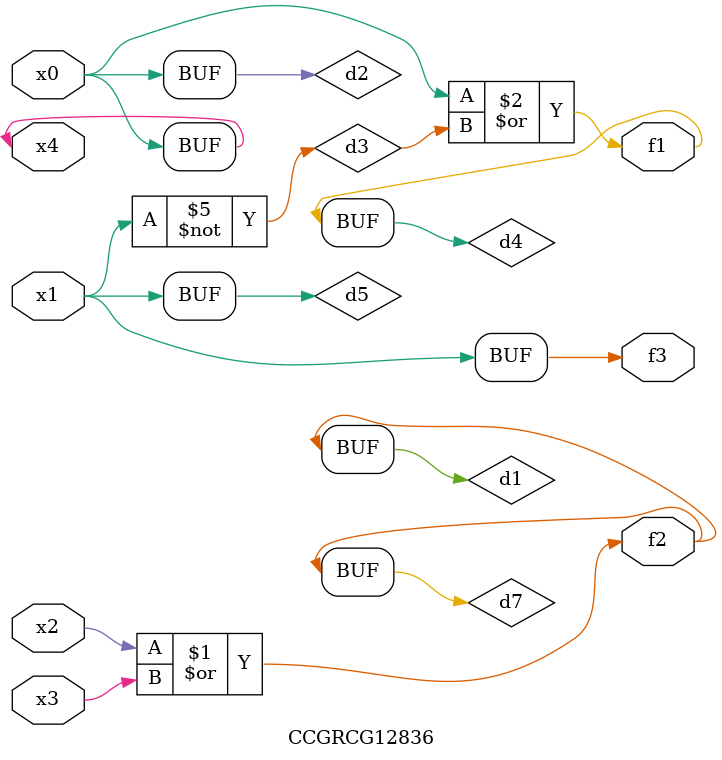
<source format=v>
module CCGRCG12836(
	input x0, x1, x2, x3, x4,
	output f1, f2, f3
);

	wire d1, d2, d3, d4, d5, d6, d7;

	or (d1, x2, x3);
	buf (d2, x0, x4);
	not (d3, x1);
	or (d4, d2, d3);
	not (d5, d3);
	nand (d6, d1, d3);
	or (d7, d1);
	assign f1 = d4;
	assign f2 = d7;
	assign f3 = d5;
endmodule

</source>
